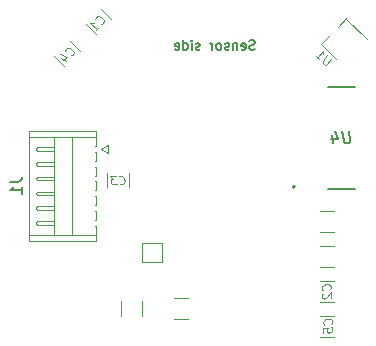
<source format=gbr>
G04 #@! TF.GenerationSoftware,KiCad,Pcbnew,7.0.5-0*
G04 #@! TF.CreationDate,2023-08-21T21:43:47+08:00*
G04 #@! TF.ProjectId,sensor,73656e73-6f72-42e6-9b69-6361645f7063,rev?*
G04 #@! TF.SameCoordinates,PX4d3f640PY69db9c0*
G04 #@! TF.FileFunction,Legend,Bot*
G04 #@! TF.FilePolarity,Positive*
%FSLAX46Y46*%
G04 Gerber Fmt 4.6, Leading zero omitted, Abs format (unit mm)*
G04 Created by KiCad (PCBNEW 7.0.5-0) date 2023-08-21 21:43:47*
%MOMM*%
%LPD*%
G01*
G04 APERTURE LIST*
%ADD10C,0.150000*%
%ADD11C,0.100000*%
%ADD12C,0.120000*%
%ADD13C,0.127000*%
%ADD14C,0.200000*%
G04 APERTURE END LIST*
D10*
X3329173Y11575800D02*
X3214887Y11537705D01*
X3214887Y11537705D02*
X3024411Y11537705D01*
X3024411Y11537705D02*
X2948220Y11575800D01*
X2948220Y11575800D02*
X2910125Y11613896D01*
X2910125Y11613896D02*
X2872030Y11690086D01*
X2872030Y11690086D02*
X2872030Y11766277D01*
X2872030Y11766277D02*
X2910125Y11842467D01*
X2910125Y11842467D02*
X2948220Y11880562D01*
X2948220Y11880562D02*
X3024411Y11918658D01*
X3024411Y11918658D02*
X3176792Y11956753D01*
X3176792Y11956753D02*
X3252982Y11994848D01*
X3252982Y11994848D02*
X3291077Y12032943D01*
X3291077Y12032943D02*
X3329173Y12109134D01*
X3329173Y12109134D02*
X3329173Y12185324D01*
X3329173Y12185324D02*
X3291077Y12261515D01*
X3291077Y12261515D02*
X3252982Y12299610D01*
X3252982Y12299610D02*
X3176792Y12337705D01*
X3176792Y12337705D02*
X2986315Y12337705D01*
X2986315Y12337705D02*
X2872030Y12299610D01*
X2224410Y11575800D02*
X2300601Y11537705D01*
X2300601Y11537705D02*
X2452982Y11537705D01*
X2452982Y11537705D02*
X2529172Y11575800D01*
X2529172Y11575800D02*
X2567268Y11651991D01*
X2567268Y11651991D02*
X2567268Y11956753D01*
X2567268Y11956753D02*
X2529172Y12032943D01*
X2529172Y12032943D02*
X2452982Y12071039D01*
X2452982Y12071039D02*
X2300601Y12071039D01*
X2300601Y12071039D02*
X2224410Y12032943D01*
X2224410Y12032943D02*
X2186315Y11956753D01*
X2186315Y11956753D02*
X2186315Y11880562D01*
X2186315Y11880562D02*
X2567268Y11804372D01*
X1843458Y12071039D02*
X1843458Y11537705D01*
X1843458Y11994848D02*
X1805363Y12032943D01*
X1805363Y12032943D02*
X1729173Y12071039D01*
X1729173Y12071039D02*
X1614887Y12071039D01*
X1614887Y12071039D02*
X1538696Y12032943D01*
X1538696Y12032943D02*
X1500601Y11956753D01*
X1500601Y11956753D02*
X1500601Y11537705D01*
X1157744Y11575800D02*
X1081553Y11537705D01*
X1081553Y11537705D02*
X929172Y11537705D01*
X929172Y11537705D02*
X852982Y11575800D01*
X852982Y11575800D02*
X814886Y11651991D01*
X814886Y11651991D02*
X814886Y11690086D01*
X814886Y11690086D02*
X852982Y11766277D01*
X852982Y11766277D02*
X929172Y11804372D01*
X929172Y11804372D02*
X1043458Y11804372D01*
X1043458Y11804372D02*
X1119648Y11842467D01*
X1119648Y11842467D02*
X1157744Y11918658D01*
X1157744Y11918658D02*
X1157744Y11956753D01*
X1157744Y11956753D02*
X1119648Y12032943D01*
X1119648Y12032943D02*
X1043458Y12071039D01*
X1043458Y12071039D02*
X929172Y12071039D01*
X929172Y12071039D02*
X852982Y12032943D01*
X357744Y11537705D02*
X433934Y11575800D01*
X433934Y11575800D02*
X472029Y11613896D01*
X472029Y11613896D02*
X510125Y11690086D01*
X510125Y11690086D02*
X510125Y11918658D01*
X510125Y11918658D02*
X472029Y11994848D01*
X472029Y11994848D02*
X433934Y12032943D01*
X433934Y12032943D02*
X357744Y12071039D01*
X357744Y12071039D02*
X243458Y12071039D01*
X243458Y12071039D02*
X167267Y12032943D01*
X167267Y12032943D02*
X129172Y11994848D01*
X129172Y11994848D02*
X91077Y11918658D01*
X91077Y11918658D02*
X91077Y11690086D01*
X91077Y11690086D02*
X129172Y11613896D01*
X129172Y11613896D02*
X167267Y11575800D01*
X167267Y11575800D02*
X243458Y11537705D01*
X243458Y11537705D02*
X357744Y11537705D01*
X-251781Y11537705D02*
X-251781Y12071039D01*
X-251781Y11918658D02*
X-289876Y11994848D01*
X-289876Y11994848D02*
X-327971Y12032943D01*
X-327971Y12032943D02*
X-404162Y12071039D01*
X-404162Y12071039D02*
X-480352Y12071039D01*
X-1318447Y11575800D02*
X-1394638Y11537705D01*
X-1394638Y11537705D02*
X-1547019Y11537705D01*
X-1547019Y11537705D02*
X-1623209Y11575800D01*
X-1623209Y11575800D02*
X-1661305Y11651991D01*
X-1661305Y11651991D02*
X-1661305Y11690086D01*
X-1661305Y11690086D02*
X-1623209Y11766277D01*
X-1623209Y11766277D02*
X-1547019Y11804372D01*
X-1547019Y11804372D02*
X-1432733Y11804372D01*
X-1432733Y11804372D02*
X-1356543Y11842467D01*
X-1356543Y11842467D02*
X-1318447Y11918658D01*
X-1318447Y11918658D02*
X-1318447Y11956753D01*
X-1318447Y11956753D02*
X-1356543Y12032943D01*
X-1356543Y12032943D02*
X-1432733Y12071039D01*
X-1432733Y12071039D02*
X-1547019Y12071039D01*
X-1547019Y12071039D02*
X-1623209Y12032943D01*
X-2004162Y11537705D02*
X-2004162Y12071039D01*
X-2004162Y12337705D02*
X-1966066Y12299610D01*
X-1966066Y12299610D02*
X-2004162Y12261515D01*
X-2004162Y12261515D02*
X-2042257Y12299610D01*
X-2042257Y12299610D02*
X-2004162Y12337705D01*
X-2004162Y12337705D02*
X-2004162Y12261515D01*
X-2727971Y11537705D02*
X-2727971Y12337705D01*
X-2727971Y11575800D02*
X-2651780Y11537705D01*
X-2651780Y11537705D02*
X-2499399Y11537705D01*
X-2499399Y11537705D02*
X-2423209Y11575800D01*
X-2423209Y11575800D02*
X-2385114Y11613896D01*
X-2385114Y11613896D02*
X-2347018Y11690086D01*
X-2347018Y11690086D02*
X-2347018Y11918658D01*
X-2347018Y11918658D02*
X-2385114Y11994848D01*
X-2385114Y11994848D02*
X-2423209Y12032943D01*
X-2423209Y12032943D02*
X-2499399Y12071039D01*
X-2499399Y12071039D02*
X-2651780Y12071039D01*
X-2651780Y12071039D02*
X-2727971Y12032943D01*
X-3413686Y11575800D02*
X-3337495Y11537705D01*
X-3337495Y11537705D02*
X-3185114Y11537705D01*
X-3185114Y11537705D02*
X-3108924Y11575800D01*
X-3108924Y11575800D02*
X-3070828Y11651991D01*
X-3070828Y11651991D02*
X-3070828Y11956753D01*
X-3070828Y11956753D02*
X-3108924Y12032943D01*
X-3108924Y12032943D02*
X-3185114Y12071039D01*
X-3185114Y12071039D02*
X-3337495Y12071039D01*
X-3337495Y12071039D02*
X-3413686Y12032943D01*
X-3413686Y12032943D02*
X-3451781Y11956753D01*
X-3451781Y11956753D02*
X-3451781Y11880562D01*
X-3451781Y11880562D02*
X-3070828Y11804372D01*
X11336857Y4611181D02*
X11438047Y3801658D01*
X11438047Y3801658D02*
X11402333Y3706420D01*
X11402333Y3706420D02*
X11360666Y3658800D01*
X11360666Y3658800D02*
X11271380Y3611181D01*
X11271380Y3611181D02*
X11080904Y3611181D01*
X11080904Y3611181D02*
X10979714Y3658800D01*
X10979714Y3658800D02*
X10926142Y3706420D01*
X10926142Y3706420D02*
X10866619Y3801658D01*
X10866619Y3801658D02*
X10765428Y4611181D01*
X9902333Y4277848D02*
X9985666Y3611181D01*
X10092809Y4658800D02*
X10420190Y3944515D01*
X10420190Y3944515D02*
X9801142Y3944515D01*
D11*
X-8108465Y202565D02*
X-8068286Y166850D01*
X-8068286Y166850D02*
X-7956679Y131136D01*
X-7956679Y131136D02*
X-7885250Y131136D01*
X-7885250Y131136D02*
X-7782572Y166850D01*
X-7782572Y166850D02*
X-7720072Y238279D01*
X-7720072Y238279D02*
X-7693286Y309708D01*
X-7693286Y309708D02*
X-7675429Y452565D01*
X-7675429Y452565D02*
X-7688822Y559708D01*
X-7688822Y559708D02*
X-7742393Y702565D01*
X-7742393Y702565D02*
X-7787036Y773993D01*
X-7787036Y773993D02*
X-7867393Y845422D01*
X-7867393Y845422D02*
X-7979000Y881136D01*
X-7979000Y881136D02*
X-8050429Y881136D01*
X-8050429Y881136D02*
X-8153107Y845422D01*
X-8153107Y845422D02*
X-8184357Y809708D01*
X-8443286Y881136D02*
X-8907572Y881136D01*
X-8907572Y881136D02*
X-8621857Y595422D01*
X-8621857Y595422D02*
X-8729000Y595422D01*
X-8729000Y595422D02*
X-8795965Y559708D01*
X-8795965Y559708D02*
X-8827215Y523993D01*
X-8827215Y523993D02*
X-8854000Y452565D01*
X-8854000Y452565D02*
X-8831679Y273993D01*
X-8831679Y273993D02*
X-8787036Y202565D01*
X-8787036Y202565D02*
X-8746857Y166850D01*
X-8746857Y166850D02*
X-8670965Y131136D01*
X-8670965Y131136D02*
X-8456679Y131136D01*
X-8456679Y131136D02*
X-8389715Y166850D01*
X-8389715Y166850D02*
X-8358465Y202565D01*
X9795534Y10784244D02*
X9419884Y10301265D01*
X9419884Y10301265D02*
X9350436Y10269698D01*
X9350436Y10269698D02*
X9303085Y10266541D01*
X9303085Y10266541D02*
X9230480Y10288638D01*
X9230480Y10288638D02*
X9129465Y10389653D01*
X9129465Y10389653D02*
X9101054Y10468572D01*
X9101054Y10468572D02*
X9097898Y10522236D01*
X9097898Y10522236D02*
X9116838Y10604311D01*
X9116838Y10604311D02*
X9492488Y11087290D01*
X8498120Y11020999D02*
X8801166Y10717953D01*
X8649643Y10869476D02*
X9113681Y11466097D01*
X9113681Y11466097D02*
X9097898Y11330358D01*
X9097898Y11330358D02*
X9104211Y11223029D01*
X9104211Y11223029D02*
X9132622Y11144111D01*
X-9685896Y13725702D02*
X-9632231Y13728859D01*
X-9632231Y13728859D02*
X-9528059Y13782523D01*
X-9528059Y13782523D02*
X-9477552Y13833031D01*
X-9477552Y13833031D02*
X-9430201Y13930889D01*
X-9430201Y13930889D02*
X-9436514Y14025591D01*
X-9436514Y14025591D02*
X-9468081Y14095039D01*
X-9468081Y14095039D02*
X-9556470Y14208681D01*
X-9556470Y14208681D02*
X-9641701Y14274972D01*
X-9641701Y14274972D02*
X-9780597Y14338107D01*
X-9780597Y14338107D02*
X-9862672Y14357047D01*
X-9862672Y14357047D02*
X-9970001Y14350734D01*
X-9970001Y14350734D02*
X-10074173Y14297070D01*
X-10074173Y14297070D02*
X-10124681Y14246562D01*
X-10124681Y14246562D02*
X-10172031Y14148703D01*
X-10172031Y14148703D02*
X-10168875Y14101352D01*
X-10134151Y13176432D02*
X-9831105Y13479477D01*
X-9982628Y13327954D02*
X-10579249Y13791993D01*
X-10579249Y13791993D02*
X-10443510Y13776210D01*
X-10443510Y13776210D02*
X-10336181Y13782523D01*
X-10336181Y13782523D02*
X-10257263Y13810934D01*
X-12243493Y11042931D02*
X-12189828Y11046088D01*
X-12189828Y11046088D02*
X-12085656Y11099752D01*
X-12085656Y11099752D02*
X-12035149Y11150260D01*
X-12035149Y11150260D02*
X-11987798Y11248118D01*
X-11987798Y11248118D02*
X-11994111Y11342820D01*
X-11994111Y11342820D02*
X-12025678Y11412268D01*
X-12025678Y11412268D02*
X-12114067Y11525910D01*
X-12114067Y11525910D02*
X-12199298Y11592201D01*
X-12199298Y11592201D02*
X-12338194Y11655336D01*
X-12338194Y11655336D02*
X-12420269Y11674276D01*
X-12420269Y11674276D02*
X-12527598Y11667963D01*
X-12527598Y11667963D02*
X-12631770Y11614299D01*
X-12631770Y11614299D02*
X-12682278Y11563791D01*
X-12682278Y11563791D02*
X-12729628Y11465932D01*
X-12729628Y11465932D02*
X-12726472Y11418581D01*
X-13038988Y10853527D02*
X-12641240Y10544168D01*
X-13140003Y11156573D02*
X-12587576Y10951386D01*
X-12587576Y10951386D02*
X-12915875Y10623086D01*
X9821335Y-11664664D02*
X9857050Y-11624485D01*
X9857050Y-11624485D02*
X9892764Y-11512878D01*
X9892764Y-11512878D02*
X9892764Y-11441449D01*
X9892764Y-11441449D02*
X9857050Y-11338771D01*
X9857050Y-11338771D02*
X9785621Y-11276271D01*
X9785621Y-11276271D02*
X9714192Y-11249485D01*
X9714192Y-11249485D02*
X9571335Y-11231628D01*
X9571335Y-11231628D02*
X9464192Y-11245021D01*
X9464192Y-11245021D02*
X9321335Y-11298592D01*
X9321335Y-11298592D02*
X9249907Y-11343235D01*
X9249907Y-11343235D02*
X9178478Y-11423592D01*
X9178478Y-11423592D02*
X9142764Y-11535199D01*
X9142764Y-11535199D02*
X9142764Y-11606628D01*
X9142764Y-11606628D02*
X9178478Y-11709307D01*
X9178478Y-11709307D02*
X9214192Y-11740557D01*
X9142764Y-12428057D02*
X9142764Y-12070914D01*
X9142764Y-12070914D02*
X9499907Y-11990557D01*
X9499907Y-11990557D02*
X9464192Y-12030735D01*
X9464192Y-12030735D02*
X9428478Y-12106628D01*
X9428478Y-12106628D02*
X9428478Y-12285199D01*
X9428478Y-12285199D02*
X9464192Y-12352164D01*
X9464192Y-12352164D02*
X9499907Y-12383414D01*
X9499907Y-12383414D02*
X9571335Y-12410199D01*
X9571335Y-12410199D02*
X9749907Y-12387878D01*
X9749907Y-12387878D02*
X9821335Y-12343235D01*
X9821335Y-12343235D02*
X9857050Y-12303057D01*
X9857050Y-12303057D02*
X9892764Y-12227164D01*
X9892764Y-12227164D02*
X9892764Y-12048592D01*
X9892764Y-12048592D02*
X9857050Y-11981628D01*
X9857050Y-11981628D02*
X9821335Y-11950378D01*
D10*
X-17395181Y338334D02*
X-16680896Y338334D01*
X-16680896Y338334D02*
X-16538039Y385953D01*
X-16538039Y385953D02*
X-16442800Y481191D01*
X-16442800Y481191D02*
X-16395181Y624048D01*
X-16395181Y624048D02*
X-16395181Y719286D01*
X-16395181Y-661666D02*
X-16395181Y-90238D01*
X-16395181Y-375952D02*
X-17395181Y-375952D01*
X-17395181Y-375952D02*
X-17252324Y-280714D01*
X-17252324Y-280714D02*
X-17157086Y-185476D01*
X-17157086Y-185476D02*
X-17109467Y-90238D01*
D11*
X9697735Y-8754296D02*
X9733450Y-8714117D01*
X9733450Y-8714117D02*
X9769164Y-8602510D01*
X9769164Y-8602510D02*
X9769164Y-8531081D01*
X9769164Y-8531081D02*
X9733450Y-8428403D01*
X9733450Y-8428403D02*
X9662021Y-8365903D01*
X9662021Y-8365903D02*
X9590592Y-8339117D01*
X9590592Y-8339117D02*
X9447735Y-8321260D01*
X9447735Y-8321260D02*
X9340592Y-8334653D01*
X9340592Y-8334653D02*
X9197735Y-8388224D01*
X9197735Y-8388224D02*
X9126307Y-8432867D01*
X9126307Y-8432867D02*
X9054878Y-8513224D01*
X9054878Y-8513224D02*
X9019164Y-8624831D01*
X9019164Y-8624831D02*
X9019164Y-8696260D01*
X9019164Y-8696260D02*
X9054878Y-8798939D01*
X9054878Y-8798939D02*
X9090592Y-8830189D01*
X9090592Y-9115903D02*
X9054878Y-9156081D01*
X9054878Y-9156081D02*
X9019164Y-9231974D01*
X9019164Y-9231974D02*
X9019164Y-9410546D01*
X9019164Y-9410546D02*
X9054878Y-9477510D01*
X9054878Y-9477510D02*
X9090592Y-9508760D01*
X9090592Y-9508760D02*
X9162021Y-9535546D01*
X9162021Y-9535546D02*
X9233450Y-9526617D01*
X9233450Y-9526617D02*
X9340592Y-9477510D01*
X9340592Y-9477510D02*
X9769164Y-8995367D01*
X9769164Y-8995367D02*
X9769164Y-9459653D01*
D12*
X-6173000Y-6477000D02*
X-4522000Y-6477000D01*
X-4522000Y-6477000D02*
X-4522000Y-4826000D01*
X-4522000Y-4826000D02*
X-6173000Y-4826000D01*
X-6173000Y-4826000D02*
X-6173000Y-6477000D01*
X8821936Y-5056066D02*
X10026064Y-5056066D01*
X8821936Y-6876066D02*
X10026064Y-6876066D01*
D13*
X9527700Y8363600D02*
X11867700Y8363600D01*
X9527700Y-286400D02*
X11867700Y-286400D01*
D14*
X6747700Y-61400D02*
G75*
G03*
X6747700Y-61400I-100000J0D01*
G01*
D12*
X-9139000Y-128564D02*
X-9139000Y1075564D01*
X-7319000Y-128564D02*
X-7319000Y1075564D01*
X11104122Y14173341D02*
X12822391Y12455071D01*
X8926233Y12023736D02*
X10234381Y10715588D01*
X9668695Y12766198D02*
X8926233Y12023736D01*
X11082909Y14180412D02*
X10375802Y13473305D01*
X-10119923Y12823388D02*
X-10971370Y13674835D01*
X-8832988Y14110323D02*
X-9684435Y14961770D01*
X-12773969Y10116009D02*
X-13625416Y10967456D01*
X-11487034Y11402944D02*
X-12338481Y12254391D01*
X-6176000Y-9773436D02*
X-6176000Y-10977564D01*
X-7996000Y-9773436D02*
X-7996000Y-10977564D01*
X8821936Y-10975200D02*
X10026064Y-10975200D01*
X8821936Y-12795200D02*
X10026064Y-12795200D01*
X-3522464Y-9465500D02*
X-2318336Y-9465500D01*
X-3522464Y-11285500D02*
X-2318336Y-11285500D01*
X-10140000Y4685000D02*
X-15760000Y4685000D01*
X-15760000Y4685000D02*
X-15760000Y-4685000D01*
X-12150000Y4135000D02*
X-12150000Y-4135000D01*
X-13650000Y4135000D02*
X-13650000Y-4135000D01*
X-15760000Y4135000D02*
X-10140000Y4135000D01*
X-9050000Y3425000D02*
X-9050000Y2825000D01*
X-10140000Y3375000D02*
X-10140000Y4685000D01*
X-10190000Y3375000D02*
X-10140000Y3375000D01*
X-13650000Y3275000D02*
X-15112500Y3275000D01*
X-15112500Y3275000D02*
X-15150000Y3125000D01*
X-9650000Y3125000D02*
X-9050000Y3425000D01*
X-15150000Y3125000D02*
X-15112500Y2975000D01*
X-15112500Y2975000D02*
X-13650000Y2975000D01*
X-10140000Y2875000D02*
X-10140000Y2125000D01*
X-10190000Y2875000D02*
X-10140000Y2875000D01*
X-9050000Y2825000D02*
X-9650000Y3125000D01*
X-10140000Y2125000D02*
X-10190000Y2125000D01*
X-13650000Y2025000D02*
X-15112500Y2025000D01*
X-15112500Y2025000D02*
X-15150000Y1875000D01*
X-15150000Y1875000D02*
X-15112500Y1725000D01*
X-15112500Y1725000D02*
X-13650000Y1725000D01*
X-10140000Y1625000D02*
X-10140000Y875000D01*
X-10190000Y1625000D02*
X-10140000Y1625000D01*
X-10140000Y875000D02*
X-10190000Y875000D01*
X-13650000Y775000D02*
X-15112500Y775000D01*
X-15112500Y775000D02*
X-15150000Y625000D01*
X-15150000Y625000D02*
X-15112500Y475000D01*
X-15112500Y475000D02*
X-13650000Y475000D01*
X-10140000Y375000D02*
X-10140000Y-375000D01*
X-10190000Y375000D02*
X-10140000Y375000D01*
X-10140000Y-375000D02*
X-10190000Y-375000D01*
X-13650000Y-475000D02*
X-15112500Y-475000D01*
X-15112500Y-475000D02*
X-15150000Y-625000D01*
X-15150000Y-625000D02*
X-15112500Y-775000D01*
X-15112500Y-775000D02*
X-13650000Y-775000D01*
X-10140000Y-875000D02*
X-10140000Y-1625000D01*
X-10190000Y-875000D02*
X-10140000Y-875000D01*
X-10140000Y-1625000D02*
X-10190000Y-1625000D01*
X-13650000Y-1725000D02*
X-15112500Y-1725000D01*
X-15112500Y-1725000D02*
X-15150000Y-1875000D01*
X-15150000Y-1875000D02*
X-15112500Y-2025000D01*
X-15112500Y-2025000D02*
X-13650000Y-2025000D01*
X-10140000Y-2125000D02*
X-10140000Y-2875000D01*
X-10190000Y-2125000D02*
X-10140000Y-2125000D01*
X-10140000Y-2875000D02*
X-10190000Y-2875000D01*
X-13650000Y-2975000D02*
X-15112500Y-2975000D01*
X-15112500Y-2975000D02*
X-15150000Y-3125000D01*
X-15150000Y-3125000D02*
X-15112500Y-3275000D01*
X-15112500Y-3275000D02*
X-13650000Y-3275000D01*
X-10140000Y-3375000D02*
X-10190000Y-3375000D01*
X-15760000Y-4135000D02*
X-10140000Y-4135000D01*
X-10140000Y-4685000D02*
X-10140000Y-3375000D01*
X-15760000Y-4685000D02*
X-10140000Y-4685000D01*
X8821936Y-8015632D02*
X10026064Y-8015632D01*
X8821936Y-9835632D02*
X10026064Y-9835632D01*
X10026064Y-3916500D02*
X8821936Y-3916500D01*
X10026064Y-2096500D02*
X8821936Y-2096500D01*
M02*

</source>
